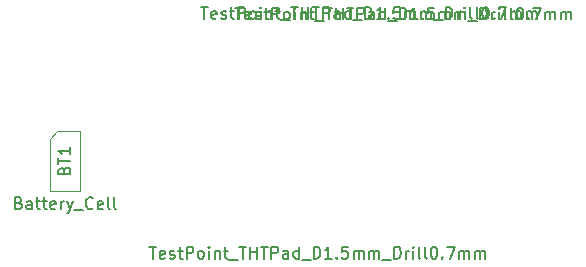
<source format=gbr>
G04 #@! TF.GenerationSoftware,KiCad,Pcbnew,(5.1.8)-1*
G04 #@! TF.CreationDate,2020-12-05T00:35:16+00:00*
G04 #@! TF.ProjectId,Great Wave Refurbishing GBA Battery Board,47726561-7420-4576-9176-652052656675,rev?*
G04 #@! TF.SameCoordinates,Original*
G04 #@! TF.FileFunction,Other,Fab,Top*
%FSLAX46Y46*%
G04 Gerber Fmt 4.6, Leading zero omitted, Abs format (unit mm)*
G04 Created by KiCad (PCBNEW (5.1.8)-1) date 2020-12-05 00:35:16*
%MOMM*%
%LPD*%
G01*
G04 APERTURE LIST*
%ADD10C,0.100000*%
%ADD11C,0.150000*%
G04 APERTURE END LIST*
D10*
X12440500Y-26029500D02*
X13075500Y-25394500D01*
X12440500Y-30474500D02*
X12440500Y-26029500D01*
X14980500Y-30474500D02*
X12440500Y-30474500D01*
X14980500Y-25394500D02*
X14980500Y-30474500D01*
X13075500Y-25394500D02*
X14980500Y-25394500D01*
D11*
X28139285Y-14927380D02*
X28710714Y-14927380D01*
X28425000Y-15927380D02*
X28425000Y-14927380D01*
X29425000Y-15879761D02*
X29329761Y-15927380D01*
X29139285Y-15927380D01*
X29044047Y-15879761D01*
X28996428Y-15784523D01*
X28996428Y-15403571D01*
X29044047Y-15308333D01*
X29139285Y-15260714D01*
X29329761Y-15260714D01*
X29425000Y-15308333D01*
X29472619Y-15403571D01*
X29472619Y-15498809D01*
X28996428Y-15594047D01*
X29853571Y-15879761D02*
X29948809Y-15927380D01*
X30139285Y-15927380D01*
X30234523Y-15879761D01*
X30282142Y-15784523D01*
X30282142Y-15736904D01*
X30234523Y-15641666D01*
X30139285Y-15594047D01*
X29996428Y-15594047D01*
X29901190Y-15546428D01*
X29853571Y-15451190D01*
X29853571Y-15403571D01*
X29901190Y-15308333D01*
X29996428Y-15260714D01*
X30139285Y-15260714D01*
X30234523Y-15308333D01*
X30567857Y-15260714D02*
X30948809Y-15260714D01*
X30710714Y-14927380D02*
X30710714Y-15784523D01*
X30758333Y-15879761D01*
X30853571Y-15927380D01*
X30948809Y-15927380D01*
X31282142Y-15927380D02*
X31282142Y-14927380D01*
X31663095Y-14927380D01*
X31758333Y-14975000D01*
X31805952Y-15022619D01*
X31853571Y-15117857D01*
X31853571Y-15260714D01*
X31805952Y-15355952D01*
X31758333Y-15403571D01*
X31663095Y-15451190D01*
X31282142Y-15451190D01*
X32425000Y-15927380D02*
X32329761Y-15879761D01*
X32282142Y-15832142D01*
X32234523Y-15736904D01*
X32234523Y-15451190D01*
X32282142Y-15355952D01*
X32329761Y-15308333D01*
X32425000Y-15260714D01*
X32567857Y-15260714D01*
X32663095Y-15308333D01*
X32710714Y-15355952D01*
X32758333Y-15451190D01*
X32758333Y-15736904D01*
X32710714Y-15832142D01*
X32663095Y-15879761D01*
X32567857Y-15927380D01*
X32425000Y-15927380D01*
X33186904Y-15927380D02*
X33186904Y-15260714D01*
X33186904Y-14927380D02*
X33139285Y-14975000D01*
X33186904Y-15022619D01*
X33234523Y-14975000D01*
X33186904Y-14927380D01*
X33186904Y-15022619D01*
X33663095Y-15260714D02*
X33663095Y-15927380D01*
X33663095Y-15355952D02*
X33710714Y-15308333D01*
X33805952Y-15260714D01*
X33948809Y-15260714D01*
X34044047Y-15308333D01*
X34091666Y-15403571D01*
X34091666Y-15927380D01*
X34425000Y-15260714D02*
X34805952Y-15260714D01*
X34567857Y-14927380D02*
X34567857Y-15784523D01*
X34615476Y-15879761D01*
X34710714Y-15927380D01*
X34805952Y-15927380D01*
X34901190Y-16022619D02*
X35663095Y-16022619D01*
X35758333Y-14927380D02*
X36329761Y-14927380D01*
X36044047Y-15927380D02*
X36044047Y-14927380D01*
X36663095Y-15927380D02*
X36663095Y-14927380D01*
X36663095Y-15403571D02*
X37234523Y-15403571D01*
X37234523Y-15927380D02*
X37234523Y-14927380D01*
X37567857Y-14927380D02*
X38139285Y-14927380D01*
X37853571Y-15927380D02*
X37853571Y-14927380D01*
X38472619Y-15927380D02*
X38472619Y-14927380D01*
X38853571Y-14927380D01*
X38948809Y-14975000D01*
X38996428Y-15022619D01*
X39044047Y-15117857D01*
X39044047Y-15260714D01*
X38996428Y-15355952D01*
X38948809Y-15403571D01*
X38853571Y-15451190D01*
X38472619Y-15451190D01*
X39901190Y-15927380D02*
X39901190Y-15403571D01*
X39853571Y-15308333D01*
X39758333Y-15260714D01*
X39567857Y-15260714D01*
X39472619Y-15308333D01*
X39901190Y-15879761D02*
X39805952Y-15927380D01*
X39567857Y-15927380D01*
X39472619Y-15879761D01*
X39425000Y-15784523D01*
X39425000Y-15689285D01*
X39472619Y-15594047D01*
X39567857Y-15546428D01*
X39805952Y-15546428D01*
X39901190Y-15498809D01*
X40805952Y-15927380D02*
X40805952Y-14927380D01*
X40805952Y-15879761D02*
X40710714Y-15927380D01*
X40520238Y-15927380D01*
X40425000Y-15879761D01*
X40377380Y-15832142D01*
X40329761Y-15736904D01*
X40329761Y-15451190D01*
X40377380Y-15355952D01*
X40425000Y-15308333D01*
X40520238Y-15260714D01*
X40710714Y-15260714D01*
X40805952Y-15308333D01*
X41044047Y-16022619D02*
X41805952Y-16022619D01*
X42044047Y-15927380D02*
X42044047Y-14927380D01*
X42282142Y-14927380D01*
X42425000Y-14975000D01*
X42520238Y-15070238D01*
X42567857Y-15165476D01*
X42615476Y-15355952D01*
X42615476Y-15498809D01*
X42567857Y-15689285D01*
X42520238Y-15784523D01*
X42425000Y-15879761D01*
X42282142Y-15927380D01*
X42044047Y-15927380D01*
X43567857Y-15927380D02*
X42996428Y-15927380D01*
X43282142Y-15927380D02*
X43282142Y-14927380D01*
X43186904Y-15070238D01*
X43091666Y-15165476D01*
X42996428Y-15213095D01*
X43996428Y-15832142D02*
X44044047Y-15879761D01*
X43996428Y-15927380D01*
X43948809Y-15879761D01*
X43996428Y-15832142D01*
X43996428Y-15927380D01*
X44948809Y-14927380D02*
X44472619Y-14927380D01*
X44425000Y-15403571D01*
X44472619Y-15355952D01*
X44567857Y-15308333D01*
X44805952Y-15308333D01*
X44901190Y-15355952D01*
X44948809Y-15403571D01*
X44996428Y-15498809D01*
X44996428Y-15736904D01*
X44948809Y-15832142D01*
X44901190Y-15879761D01*
X44805952Y-15927380D01*
X44567857Y-15927380D01*
X44472619Y-15879761D01*
X44425000Y-15832142D01*
X45425000Y-15927380D02*
X45425000Y-15260714D01*
X45425000Y-15355952D02*
X45472619Y-15308333D01*
X45567857Y-15260714D01*
X45710714Y-15260714D01*
X45805952Y-15308333D01*
X45853571Y-15403571D01*
X45853571Y-15927380D01*
X45853571Y-15403571D02*
X45901190Y-15308333D01*
X45996428Y-15260714D01*
X46139285Y-15260714D01*
X46234523Y-15308333D01*
X46282142Y-15403571D01*
X46282142Y-15927380D01*
X46758333Y-15927380D02*
X46758333Y-15260714D01*
X46758333Y-15355952D02*
X46805952Y-15308333D01*
X46901190Y-15260714D01*
X47044047Y-15260714D01*
X47139285Y-15308333D01*
X47186904Y-15403571D01*
X47186904Y-15927380D01*
X47186904Y-15403571D02*
X47234523Y-15308333D01*
X47329761Y-15260714D01*
X47472619Y-15260714D01*
X47567857Y-15308333D01*
X47615476Y-15403571D01*
X47615476Y-15927380D01*
X47853571Y-16022619D02*
X48615476Y-16022619D01*
X48853571Y-15927380D02*
X48853571Y-14927380D01*
X49091666Y-14927380D01*
X49234523Y-14975000D01*
X49329761Y-15070238D01*
X49377380Y-15165476D01*
X49424999Y-15355952D01*
X49424999Y-15498809D01*
X49377380Y-15689285D01*
X49329761Y-15784523D01*
X49234523Y-15879761D01*
X49091666Y-15927380D01*
X48853571Y-15927380D01*
X49853571Y-15927380D02*
X49853571Y-15260714D01*
X49853571Y-15451190D02*
X49901190Y-15355952D01*
X49948809Y-15308333D01*
X50044047Y-15260714D01*
X50139285Y-15260714D01*
X50472619Y-15927380D02*
X50472619Y-15260714D01*
X50472619Y-14927380D02*
X50424999Y-14975000D01*
X50472619Y-15022619D01*
X50520238Y-14975000D01*
X50472619Y-14927380D01*
X50472619Y-15022619D01*
X51091666Y-15927380D02*
X50996428Y-15879761D01*
X50948809Y-15784523D01*
X50948809Y-14927380D01*
X51615476Y-15927380D02*
X51520238Y-15879761D01*
X51472619Y-15784523D01*
X51472619Y-14927380D01*
X52186904Y-14927380D02*
X52282142Y-14927380D01*
X52377380Y-14975000D01*
X52424999Y-15022619D01*
X52472619Y-15117857D01*
X52520238Y-15308333D01*
X52520238Y-15546428D01*
X52472619Y-15736904D01*
X52424999Y-15832142D01*
X52377380Y-15879761D01*
X52282142Y-15927380D01*
X52186904Y-15927380D01*
X52091666Y-15879761D01*
X52044047Y-15832142D01*
X51996428Y-15736904D01*
X51948809Y-15546428D01*
X51948809Y-15308333D01*
X51996428Y-15117857D01*
X52044047Y-15022619D01*
X52091666Y-14975000D01*
X52186904Y-14927380D01*
X52948809Y-15832142D02*
X52996428Y-15879761D01*
X52948809Y-15927380D01*
X52901190Y-15879761D01*
X52948809Y-15832142D01*
X52948809Y-15927380D01*
X53329761Y-14927380D02*
X53996428Y-14927380D01*
X53567857Y-15927380D01*
X54377380Y-15927380D02*
X54377380Y-15260714D01*
X54377380Y-15355952D02*
X54424999Y-15308333D01*
X54520238Y-15260714D01*
X54663095Y-15260714D01*
X54758333Y-15308333D01*
X54805952Y-15403571D01*
X54805952Y-15927380D01*
X54805952Y-15403571D02*
X54853571Y-15308333D01*
X54948809Y-15260714D01*
X55091666Y-15260714D01*
X55186904Y-15308333D01*
X55234523Y-15403571D01*
X55234523Y-15927380D01*
X55710714Y-15927380D02*
X55710714Y-15260714D01*
X55710714Y-15355952D02*
X55758333Y-15308333D01*
X55853571Y-15260714D01*
X55996428Y-15260714D01*
X56091666Y-15308333D01*
X56139285Y-15403571D01*
X56139285Y-15927380D01*
X56139285Y-15403571D02*
X56186904Y-15308333D01*
X56282142Y-15260714D01*
X56424999Y-15260714D01*
X56520238Y-15308333D01*
X56567857Y-15403571D01*
X56567857Y-15927380D01*
X25239285Y-14877380D02*
X25810714Y-14877380D01*
X25525000Y-15877380D02*
X25525000Y-14877380D01*
X26525000Y-15829761D02*
X26429761Y-15877380D01*
X26239285Y-15877380D01*
X26144047Y-15829761D01*
X26096428Y-15734523D01*
X26096428Y-15353571D01*
X26144047Y-15258333D01*
X26239285Y-15210714D01*
X26429761Y-15210714D01*
X26525000Y-15258333D01*
X26572619Y-15353571D01*
X26572619Y-15448809D01*
X26096428Y-15544047D01*
X26953571Y-15829761D02*
X27048809Y-15877380D01*
X27239285Y-15877380D01*
X27334523Y-15829761D01*
X27382142Y-15734523D01*
X27382142Y-15686904D01*
X27334523Y-15591666D01*
X27239285Y-15544047D01*
X27096428Y-15544047D01*
X27001190Y-15496428D01*
X26953571Y-15401190D01*
X26953571Y-15353571D01*
X27001190Y-15258333D01*
X27096428Y-15210714D01*
X27239285Y-15210714D01*
X27334523Y-15258333D01*
X27667857Y-15210714D02*
X28048809Y-15210714D01*
X27810714Y-14877380D02*
X27810714Y-15734523D01*
X27858333Y-15829761D01*
X27953571Y-15877380D01*
X28048809Y-15877380D01*
X28382142Y-15877380D02*
X28382142Y-14877380D01*
X28763095Y-14877380D01*
X28858333Y-14925000D01*
X28905952Y-14972619D01*
X28953571Y-15067857D01*
X28953571Y-15210714D01*
X28905952Y-15305952D01*
X28858333Y-15353571D01*
X28763095Y-15401190D01*
X28382142Y-15401190D01*
X29525000Y-15877380D02*
X29429761Y-15829761D01*
X29382142Y-15782142D01*
X29334523Y-15686904D01*
X29334523Y-15401190D01*
X29382142Y-15305952D01*
X29429761Y-15258333D01*
X29525000Y-15210714D01*
X29667857Y-15210714D01*
X29763095Y-15258333D01*
X29810714Y-15305952D01*
X29858333Y-15401190D01*
X29858333Y-15686904D01*
X29810714Y-15782142D01*
X29763095Y-15829761D01*
X29667857Y-15877380D01*
X29525000Y-15877380D01*
X30286904Y-15877380D02*
X30286904Y-15210714D01*
X30286904Y-14877380D02*
X30239285Y-14925000D01*
X30286904Y-14972619D01*
X30334523Y-14925000D01*
X30286904Y-14877380D01*
X30286904Y-14972619D01*
X30763095Y-15210714D02*
X30763095Y-15877380D01*
X30763095Y-15305952D02*
X30810714Y-15258333D01*
X30905952Y-15210714D01*
X31048809Y-15210714D01*
X31144047Y-15258333D01*
X31191666Y-15353571D01*
X31191666Y-15877380D01*
X31525000Y-15210714D02*
X31905952Y-15210714D01*
X31667857Y-14877380D02*
X31667857Y-15734523D01*
X31715476Y-15829761D01*
X31810714Y-15877380D01*
X31905952Y-15877380D01*
X32001190Y-15972619D02*
X32763095Y-15972619D01*
X32858333Y-14877380D02*
X33429761Y-14877380D01*
X33144047Y-15877380D02*
X33144047Y-14877380D01*
X33763095Y-15877380D02*
X33763095Y-14877380D01*
X33763095Y-15353571D02*
X34334523Y-15353571D01*
X34334523Y-15877380D02*
X34334523Y-14877380D01*
X34667857Y-14877380D02*
X35239285Y-14877380D01*
X34953571Y-15877380D02*
X34953571Y-14877380D01*
X35572619Y-15877380D02*
X35572619Y-14877380D01*
X35953571Y-14877380D01*
X36048809Y-14925000D01*
X36096428Y-14972619D01*
X36144047Y-15067857D01*
X36144047Y-15210714D01*
X36096428Y-15305952D01*
X36048809Y-15353571D01*
X35953571Y-15401190D01*
X35572619Y-15401190D01*
X37001190Y-15877380D02*
X37001190Y-15353571D01*
X36953571Y-15258333D01*
X36858333Y-15210714D01*
X36667857Y-15210714D01*
X36572619Y-15258333D01*
X37001190Y-15829761D02*
X36905952Y-15877380D01*
X36667857Y-15877380D01*
X36572619Y-15829761D01*
X36525000Y-15734523D01*
X36525000Y-15639285D01*
X36572619Y-15544047D01*
X36667857Y-15496428D01*
X36905952Y-15496428D01*
X37001190Y-15448809D01*
X37905952Y-15877380D02*
X37905952Y-14877380D01*
X37905952Y-15829761D02*
X37810714Y-15877380D01*
X37620238Y-15877380D01*
X37525000Y-15829761D01*
X37477380Y-15782142D01*
X37429761Y-15686904D01*
X37429761Y-15401190D01*
X37477380Y-15305952D01*
X37525000Y-15258333D01*
X37620238Y-15210714D01*
X37810714Y-15210714D01*
X37905952Y-15258333D01*
X38144047Y-15972619D02*
X38905952Y-15972619D01*
X39144047Y-15877380D02*
X39144047Y-14877380D01*
X39382142Y-14877380D01*
X39525000Y-14925000D01*
X39620238Y-15020238D01*
X39667857Y-15115476D01*
X39715476Y-15305952D01*
X39715476Y-15448809D01*
X39667857Y-15639285D01*
X39620238Y-15734523D01*
X39525000Y-15829761D01*
X39382142Y-15877380D01*
X39144047Y-15877380D01*
X40667857Y-15877380D02*
X40096428Y-15877380D01*
X40382142Y-15877380D02*
X40382142Y-14877380D01*
X40286904Y-15020238D01*
X40191666Y-15115476D01*
X40096428Y-15163095D01*
X41096428Y-15782142D02*
X41144047Y-15829761D01*
X41096428Y-15877380D01*
X41048809Y-15829761D01*
X41096428Y-15782142D01*
X41096428Y-15877380D01*
X42048809Y-14877380D02*
X41572619Y-14877380D01*
X41525000Y-15353571D01*
X41572619Y-15305952D01*
X41667857Y-15258333D01*
X41905952Y-15258333D01*
X42001190Y-15305952D01*
X42048809Y-15353571D01*
X42096428Y-15448809D01*
X42096428Y-15686904D01*
X42048809Y-15782142D01*
X42001190Y-15829761D01*
X41905952Y-15877380D01*
X41667857Y-15877380D01*
X41572619Y-15829761D01*
X41525000Y-15782142D01*
X42525000Y-15877380D02*
X42525000Y-15210714D01*
X42525000Y-15305952D02*
X42572619Y-15258333D01*
X42667857Y-15210714D01*
X42810714Y-15210714D01*
X42905952Y-15258333D01*
X42953571Y-15353571D01*
X42953571Y-15877380D01*
X42953571Y-15353571D02*
X43001190Y-15258333D01*
X43096428Y-15210714D01*
X43239285Y-15210714D01*
X43334523Y-15258333D01*
X43382142Y-15353571D01*
X43382142Y-15877380D01*
X43858333Y-15877380D02*
X43858333Y-15210714D01*
X43858333Y-15305952D02*
X43905952Y-15258333D01*
X44001190Y-15210714D01*
X44144047Y-15210714D01*
X44239285Y-15258333D01*
X44286904Y-15353571D01*
X44286904Y-15877380D01*
X44286904Y-15353571D02*
X44334523Y-15258333D01*
X44429761Y-15210714D01*
X44572619Y-15210714D01*
X44667857Y-15258333D01*
X44715476Y-15353571D01*
X44715476Y-15877380D01*
X44953571Y-15972619D02*
X45715476Y-15972619D01*
X45953571Y-15877380D02*
X45953571Y-14877380D01*
X46191666Y-14877380D01*
X46334523Y-14925000D01*
X46429761Y-15020238D01*
X46477380Y-15115476D01*
X46524999Y-15305952D01*
X46524999Y-15448809D01*
X46477380Y-15639285D01*
X46429761Y-15734523D01*
X46334523Y-15829761D01*
X46191666Y-15877380D01*
X45953571Y-15877380D01*
X46953571Y-15877380D02*
X46953571Y-15210714D01*
X46953571Y-15401190D02*
X47001190Y-15305952D01*
X47048809Y-15258333D01*
X47144047Y-15210714D01*
X47239285Y-15210714D01*
X47572619Y-15877380D02*
X47572619Y-15210714D01*
X47572619Y-14877380D02*
X47524999Y-14925000D01*
X47572619Y-14972619D01*
X47620238Y-14925000D01*
X47572619Y-14877380D01*
X47572619Y-14972619D01*
X48191666Y-15877380D02*
X48096428Y-15829761D01*
X48048809Y-15734523D01*
X48048809Y-14877380D01*
X48715476Y-15877380D02*
X48620238Y-15829761D01*
X48572619Y-15734523D01*
X48572619Y-14877380D01*
X49286904Y-14877380D02*
X49382142Y-14877380D01*
X49477380Y-14925000D01*
X49524999Y-14972619D01*
X49572619Y-15067857D01*
X49620238Y-15258333D01*
X49620238Y-15496428D01*
X49572619Y-15686904D01*
X49524999Y-15782142D01*
X49477380Y-15829761D01*
X49382142Y-15877380D01*
X49286904Y-15877380D01*
X49191666Y-15829761D01*
X49144047Y-15782142D01*
X49096428Y-15686904D01*
X49048809Y-15496428D01*
X49048809Y-15258333D01*
X49096428Y-15067857D01*
X49144047Y-14972619D01*
X49191666Y-14925000D01*
X49286904Y-14877380D01*
X50048809Y-15782142D02*
X50096428Y-15829761D01*
X50048809Y-15877380D01*
X50001190Y-15829761D01*
X50048809Y-15782142D01*
X50048809Y-15877380D01*
X50429761Y-14877380D02*
X51096428Y-14877380D01*
X50667857Y-15877380D01*
X51477380Y-15877380D02*
X51477380Y-15210714D01*
X51477380Y-15305952D02*
X51524999Y-15258333D01*
X51620238Y-15210714D01*
X51763095Y-15210714D01*
X51858333Y-15258333D01*
X51905952Y-15353571D01*
X51905952Y-15877380D01*
X51905952Y-15353571D02*
X51953571Y-15258333D01*
X52048809Y-15210714D01*
X52191666Y-15210714D01*
X52286904Y-15258333D01*
X52334523Y-15353571D01*
X52334523Y-15877380D01*
X52810714Y-15877380D02*
X52810714Y-15210714D01*
X52810714Y-15305952D02*
X52858333Y-15258333D01*
X52953571Y-15210714D01*
X53096428Y-15210714D01*
X53191666Y-15258333D01*
X53239285Y-15353571D01*
X53239285Y-15877380D01*
X53239285Y-15353571D02*
X53286904Y-15258333D01*
X53382142Y-15210714D01*
X53524999Y-15210714D01*
X53620238Y-15258333D01*
X53667857Y-15353571D01*
X53667857Y-15877380D01*
X20864285Y-35177380D02*
X21435714Y-35177380D01*
X21150000Y-36177380D02*
X21150000Y-35177380D01*
X22150000Y-36129761D02*
X22054761Y-36177380D01*
X21864285Y-36177380D01*
X21769047Y-36129761D01*
X21721428Y-36034523D01*
X21721428Y-35653571D01*
X21769047Y-35558333D01*
X21864285Y-35510714D01*
X22054761Y-35510714D01*
X22150000Y-35558333D01*
X22197619Y-35653571D01*
X22197619Y-35748809D01*
X21721428Y-35844047D01*
X22578571Y-36129761D02*
X22673809Y-36177380D01*
X22864285Y-36177380D01*
X22959523Y-36129761D01*
X23007142Y-36034523D01*
X23007142Y-35986904D01*
X22959523Y-35891666D01*
X22864285Y-35844047D01*
X22721428Y-35844047D01*
X22626190Y-35796428D01*
X22578571Y-35701190D01*
X22578571Y-35653571D01*
X22626190Y-35558333D01*
X22721428Y-35510714D01*
X22864285Y-35510714D01*
X22959523Y-35558333D01*
X23292857Y-35510714D02*
X23673809Y-35510714D01*
X23435714Y-35177380D02*
X23435714Y-36034523D01*
X23483333Y-36129761D01*
X23578571Y-36177380D01*
X23673809Y-36177380D01*
X24007142Y-36177380D02*
X24007142Y-35177380D01*
X24388095Y-35177380D01*
X24483333Y-35225000D01*
X24530952Y-35272619D01*
X24578571Y-35367857D01*
X24578571Y-35510714D01*
X24530952Y-35605952D01*
X24483333Y-35653571D01*
X24388095Y-35701190D01*
X24007142Y-35701190D01*
X25150000Y-36177380D02*
X25054761Y-36129761D01*
X25007142Y-36082142D01*
X24959523Y-35986904D01*
X24959523Y-35701190D01*
X25007142Y-35605952D01*
X25054761Y-35558333D01*
X25150000Y-35510714D01*
X25292857Y-35510714D01*
X25388095Y-35558333D01*
X25435714Y-35605952D01*
X25483333Y-35701190D01*
X25483333Y-35986904D01*
X25435714Y-36082142D01*
X25388095Y-36129761D01*
X25292857Y-36177380D01*
X25150000Y-36177380D01*
X25911904Y-36177380D02*
X25911904Y-35510714D01*
X25911904Y-35177380D02*
X25864285Y-35225000D01*
X25911904Y-35272619D01*
X25959523Y-35225000D01*
X25911904Y-35177380D01*
X25911904Y-35272619D01*
X26388095Y-35510714D02*
X26388095Y-36177380D01*
X26388095Y-35605952D02*
X26435714Y-35558333D01*
X26530952Y-35510714D01*
X26673809Y-35510714D01*
X26769047Y-35558333D01*
X26816666Y-35653571D01*
X26816666Y-36177380D01*
X27150000Y-35510714D02*
X27530952Y-35510714D01*
X27292857Y-35177380D02*
X27292857Y-36034523D01*
X27340476Y-36129761D01*
X27435714Y-36177380D01*
X27530952Y-36177380D01*
X27626190Y-36272619D02*
X28388095Y-36272619D01*
X28483333Y-35177380D02*
X29054761Y-35177380D01*
X28769047Y-36177380D02*
X28769047Y-35177380D01*
X29388095Y-36177380D02*
X29388095Y-35177380D01*
X29388095Y-35653571D02*
X29959523Y-35653571D01*
X29959523Y-36177380D02*
X29959523Y-35177380D01*
X30292857Y-35177380D02*
X30864285Y-35177380D01*
X30578571Y-36177380D02*
X30578571Y-35177380D01*
X31197619Y-36177380D02*
X31197619Y-35177380D01*
X31578571Y-35177380D01*
X31673809Y-35225000D01*
X31721428Y-35272619D01*
X31769047Y-35367857D01*
X31769047Y-35510714D01*
X31721428Y-35605952D01*
X31673809Y-35653571D01*
X31578571Y-35701190D01*
X31197619Y-35701190D01*
X32626190Y-36177380D02*
X32626190Y-35653571D01*
X32578571Y-35558333D01*
X32483333Y-35510714D01*
X32292857Y-35510714D01*
X32197619Y-35558333D01*
X32626190Y-36129761D02*
X32530952Y-36177380D01*
X32292857Y-36177380D01*
X32197619Y-36129761D01*
X32150000Y-36034523D01*
X32150000Y-35939285D01*
X32197619Y-35844047D01*
X32292857Y-35796428D01*
X32530952Y-35796428D01*
X32626190Y-35748809D01*
X33530952Y-36177380D02*
X33530952Y-35177380D01*
X33530952Y-36129761D02*
X33435714Y-36177380D01*
X33245238Y-36177380D01*
X33150000Y-36129761D01*
X33102380Y-36082142D01*
X33054761Y-35986904D01*
X33054761Y-35701190D01*
X33102380Y-35605952D01*
X33150000Y-35558333D01*
X33245238Y-35510714D01*
X33435714Y-35510714D01*
X33530952Y-35558333D01*
X33769047Y-36272619D02*
X34530952Y-36272619D01*
X34769047Y-36177380D02*
X34769047Y-35177380D01*
X35007142Y-35177380D01*
X35150000Y-35225000D01*
X35245238Y-35320238D01*
X35292857Y-35415476D01*
X35340476Y-35605952D01*
X35340476Y-35748809D01*
X35292857Y-35939285D01*
X35245238Y-36034523D01*
X35150000Y-36129761D01*
X35007142Y-36177380D01*
X34769047Y-36177380D01*
X36292857Y-36177380D02*
X35721428Y-36177380D01*
X36007142Y-36177380D02*
X36007142Y-35177380D01*
X35911904Y-35320238D01*
X35816666Y-35415476D01*
X35721428Y-35463095D01*
X36721428Y-36082142D02*
X36769047Y-36129761D01*
X36721428Y-36177380D01*
X36673809Y-36129761D01*
X36721428Y-36082142D01*
X36721428Y-36177380D01*
X37673809Y-35177380D02*
X37197619Y-35177380D01*
X37150000Y-35653571D01*
X37197619Y-35605952D01*
X37292857Y-35558333D01*
X37530952Y-35558333D01*
X37626190Y-35605952D01*
X37673809Y-35653571D01*
X37721428Y-35748809D01*
X37721428Y-35986904D01*
X37673809Y-36082142D01*
X37626190Y-36129761D01*
X37530952Y-36177380D01*
X37292857Y-36177380D01*
X37197619Y-36129761D01*
X37150000Y-36082142D01*
X38150000Y-36177380D02*
X38150000Y-35510714D01*
X38150000Y-35605952D02*
X38197619Y-35558333D01*
X38292857Y-35510714D01*
X38435714Y-35510714D01*
X38530952Y-35558333D01*
X38578571Y-35653571D01*
X38578571Y-36177380D01*
X38578571Y-35653571D02*
X38626190Y-35558333D01*
X38721428Y-35510714D01*
X38864285Y-35510714D01*
X38959523Y-35558333D01*
X39007142Y-35653571D01*
X39007142Y-36177380D01*
X39483333Y-36177380D02*
X39483333Y-35510714D01*
X39483333Y-35605952D02*
X39530952Y-35558333D01*
X39626190Y-35510714D01*
X39769047Y-35510714D01*
X39864285Y-35558333D01*
X39911904Y-35653571D01*
X39911904Y-36177380D01*
X39911904Y-35653571D02*
X39959523Y-35558333D01*
X40054761Y-35510714D01*
X40197619Y-35510714D01*
X40292857Y-35558333D01*
X40340476Y-35653571D01*
X40340476Y-36177380D01*
X40578571Y-36272619D02*
X41340476Y-36272619D01*
X41578571Y-36177380D02*
X41578571Y-35177380D01*
X41816666Y-35177380D01*
X41959523Y-35225000D01*
X42054761Y-35320238D01*
X42102380Y-35415476D01*
X42149999Y-35605952D01*
X42149999Y-35748809D01*
X42102380Y-35939285D01*
X42054761Y-36034523D01*
X41959523Y-36129761D01*
X41816666Y-36177380D01*
X41578571Y-36177380D01*
X42578571Y-36177380D02*
X42578571Y-35510714D01*
X42578571Y-35701190D02*
X42626190Y-35605952D01*
X42673809Y-35558333D01*
X42769047Y-35510714D01*
X42864285Y-35510714D01*
X43197619Y-36177380D02*
X43197619Y-35510714D01*
X43197619Y-35177380D02*
X43149999Y-35225000D01*
X43197619Y-35272619D01*
X43245238Y-35225000D01*
X43197619Y-35177380D01*
X43197619Y-35272619D01*
X43816666Y-36177380D02*
X43721428Y-36129761D01*
X43673809Y-36034523D01*
X43673809Y-35177380D01*
X44340476Y-36177380D02*
X44245238Y-36129761D01*
X44197619Y-36034523D01*
X44197619Y-35177380D01*
X44911904Y-35177380D02*
X45007142Y-35177380D01*
X45102380Y-35225000D01*
X45149999Y-35272619D01*
X45197619Y-35367857D01*
X45245238Y-35558333D01*
X45245238Y-35796428D01*
X45197619Y-35986904D01*
X45149999Y-36082142D01*
X45102380Y-36129761D01*
X45007142Y-36177380D01*
X44911904Y-36177380D01*
X44816666Y-36129761D01*
X44769047Y-36082142D01*
X44721428Y-35986904D01*
X44673809Y-35796428D01*
X44673809Y-35558333D01*
X44721428Y-35367857D01*
X44769047Y-35272619D01*
X44816666Y-35225000D01*
X44911904Y-35177380D01*
X45673809Y-36082142D02*
X45721428Y-36129761D01*
X45673809Y-36177380D01*
X45626190Y-36129761D01*
X45673809Y-36082142D01*
X45673809Y-36177380D01*
X46054761Y-35177380D02*
X46721428Y-35177380D01*
X46292857Y-36177380D01*
X47102380Y-36177380D02*
X47102380Y-35510714D01*
X47102380Y-35605952D02*
X47149999Y-35558333D01*
X47245238Y-35510714D01*
X47388095Y-35510714D01*
X47483333Y-35558333D01*
X47530952Y-35653571D01*
X47530952Y-36177380D01*
X47530952Y-35653571D02*
X47578571Y-35558333D01*
X47673809Y-35510714D01*
X47816666Y-35510714D01*
X47911904Y-35558333D01*
X47959523Y-35653571D01*
X47959523Y-36177380D01*
X48435714Y-36177380D02*
X48435714Y-35510714D01*
X48435714Y-35605952D02*
X48483333Y-35558333D01*
X48578571Y-35510714D01*
X48721428Y-35510714D01*
X48816666Y-35558333D01*
X48864285Y-35653571D01*
X48864285Y-36177380D01*
X48864285Y-35653571D02*
X48911904Y-35558333D01*
X49007142Y-35510714D01*
X49149999Y-35510714D01*
X49245238Y-35558333D01*
X49292857Y-35653571D01*
X49292857Y-36177380D01*
X9805738Y-31463071D02*
X9948595Y-31510690D01*
X9996214Y-31558309D01*
X10043833Y-31653547D01*
X10043833Y-31796404D01*
X9996214Y-31891642D01*
X9948595Y-31939261D01*
X9853357Y-31986880D01*
X9472404Y-31986880D01*
X9472404Y-30986880D01*
X9805738Y-30986880D01*
X9900976Y-31034500D01*
X9948595Y-31082119D01*
X9996214Y-31177357D01*
X9996214Y-31272595D01*
X9948595Y-31367833D01*
X9900976Y-31415452D01*
X9805738Y-31463071D01*
X9472404Y-31463071D01*
X10900976Y-31986880D02*
X10900976Y-31463071D01*
X10853357Y-31367833D01*
X10758119Y-31320214D01*
X10567642Y-31320214D01*
X10472404Y-31367833D01*
X10900976Y-31939261D02*
X10805738Y-31986880D01*
X10567642Y-31986880D01*
X10472404Y-31939261D01*
X10424785Y-31844023D01*
X10424785Y-31748785D01*
X10472404Y-31653547D01*
X10567642Y-31605928D01*
X10805738Y-31605928D01*
X10900976Y-31558309D01*
X11234309Y-31320214D02*
X11615261Y-31320214D01*
X11377166Y-30986880D02*
X11377166Y-31844023D01*
X11424785Y-31939261D01*
X11520023Y-31986880D01*
X11615261Y-31986880D01*
X11805738Y-31320214D02*
X12186690Y-31320214D01*
X11948595Y-30986880D02*
X11948595Y-31844023D01*
X11996214Y-31939261D01*
X12091452Y-31986880D01*
X12186690Y-31986880D01*
X12900976Y-31939261D02*
X12805738Y-31986880D01*
X12615261Y-31986880D01*
X12520023Y-31939261D01*
X12472404Y-31844023D01*
X12472404Y-31463071D01*
X12520023Y-31367833D01*
X12615261Y-31320214D01*
X12805738Y-31320214D01*
X12900976Y-31367833D01*
X12948595Y-31463071D01*
X12948595Y-31558309D01*
X12472404Y-31653547D01*
X13377166Y-31986880D02*
X13377166Y-31320214D01*
X13377166Y-31510690D02*
X13424785Y-31415452D01*
X13472404Y-31367833D01*
X13567642Y-31320214D01*
X13662880Y-31320214D01*
X13900976Y-31320214D02*
X14139071Y-31986880D01*
X14377166Y-31320214D02*
X14139071Y-31986880D01*
X14043833Y-32224976D01*
X13996214Y-32272595D01*
X13900976Y-32320214D01*
X14520023Y-32082119D02*
X15281928Y-32082119D01*
X16091452Y-31891642D02*
X16043833Y-31939261D01*
X15900976Y-31986880D01*
X15805738Y-31986880D01*
X15662880Y-31939261D01*
X15567642Y-31844023D01*
X15520023Y-31748785D01*
X15472404Y-31558309D01*
X15472404Y-31415452D01*
X15520023Y-31224976D01*
X15567642Y-31129738D01*
X15662880Y-31034500D01*
X15805738Y-30986880D01*
X15900976Y-30986880D01*
X16043833Y-31034500D01*
X16091452Y-31082119D01*
X16900976Y-31939261D02*
X16805738Y-31986880D01*
X16615261Y-31986880D01*
X16520023Y-31939261D01*
X16472404Y-31844023D01*
X16472404Y-31463071D01*
X16520023Y-31367833D01*
X16615261Y-31320214D01*
X16805738Y-31320214D01*
X16900976Y-31367833D01*
X16948595Y-31463071D01*
X16948595Y-31558309D01*
X16472404Y-31653547D01*
X17520023Y-31986880D02*
X17424785Y-31939261D01*
X17377166Y-31844023D01*
X17377166Y-30986880D01*
X18043833Y-31986880D02*
X17948595Y-31939261D01*
X17900976Y-31844023D01*
X17900976Y-30986880D01*
X13639071Y-28720214D02*
X13686690Y-28577357D01*
X13734309Y-28529738D01*
X13829547Y-28482119D01*
X13972404Y-28482119D01*
X14067642Y-28529738D01*
X14115261Y-28577357D01*
X14162880Y-28672595D01*
X14162880Y-29053547D01*
X13162880Y-29053547D01*
X13162880Y-28720214D01*
X13210500Y-28624976D01*
X13258119Y-28577357D01*
X13353357Y-28529738D01*
X13448595Y-28529738D01*
X13543833Y-28577357D01*
X13591452Y-28624976D01*
X13639071Y-28720214D01*
X13639071Y-29053547D01*
X13162880Y-28196404D02*
X13162880Y-27624976D01*
X14162880Y-27910690D02*
X13162880Y-27910690D01*
X14162880Y-26767833D02*
X14162880Y-27339261D01*
X14162880Y-27053547D02*
X13162880Y-27053547D01*
X13305738Y-27148785D01*
X13400976Y-27244023D01*
X13448595Y-27339261D01*
M02*

</source>
